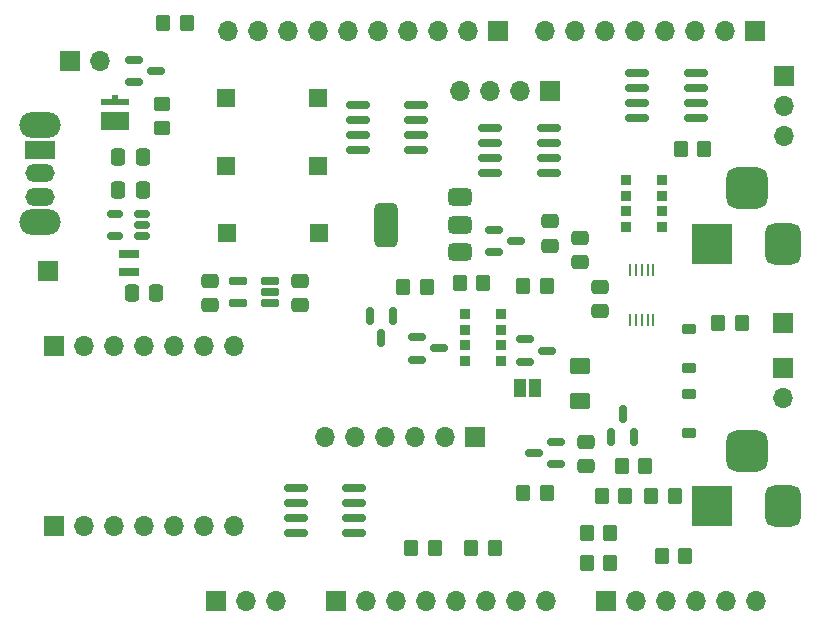
<source format=gbr>
%TF.GenerationSoftware,KiCad,Pcbnew,9.0.3*%
%TF.CreationDate,2025-08-02T21:51:47-05:00*%
%TF.ProjectId,DMM_KiCAD_V3_next KiCAD9,444d4d5f-4b69-4434-9144-5f56335f6e65,rev?*%
%TF.SameCoordinates,Original*%
%TF.FileFunction,Soldermask,Top*%
%TF.FilePolarity,Negative*%
%FSLAX46Y46*%
G04 Gerber Fmt 4.6, Leading zero omitted, Abs format (unit mm)*
G04 Created by KiCad (PCBNEW 9.0.3) date 2025-08-02 21:51:47*
%MOMM*%
%LPD*%
G01*
G04 APERTURE LIST*
G04 Aperture macros list*
%AMRoundRect*
0 Rectangle with rounded corners*
0 $1 Rounding radius*
0 $2 $3 $4 $5 $6 $7 $8 $9 X,Y pos of 4 corners*
0 Add a 4 corners polygon primitive as box body*
4,1,4,$2,$3,$4,$5,$6,$7,$8,$9,$2,$3,0*
0 Add four circle primitives for the rounded corners*
1,1,$1+$1,$2,$3*
1,1,$1+$1,$4,$5*
1,1,$1+$1,$6,$7*
1,1,$1+$1,$8,$9*
0 Add four rect primitives between the rounded corners*
20,1,$1+$1,$2,$3,$4,$5,0*
20,1,$1+$1,$4,$5,$6,$7,0*
20,1,$1+$1,$6,$7,$8,$9,0*
20,1,$1+$1,$8,$9,$2,$3,0*%
G04 Aperture macros list end*
%ADD10RoundRect,0.250000X-0.350000X-0.450000X0.350000X-0.450000X0.350000X0.450000X-0.350000X0.450000X0*%
%ADD11RoundRect,0.150000X-0.825000X-0.150000X0.825000X-0.150000X0.825000X0.150000X-0.825000X0.150000X0*%
%ADD12R,1.800000X0.650000*%
%ADD13R,1.500000X1.500000*%
%ADD14R,2.400000X1.600000*%
%ADD15R,2.400000X0.600000*%
%ADD16R,0.500000X0.600000*%
%ADD17R,3.500000X3.500000*%
%ADD18RoundRect,0.750000X0.750000X1.000000X-0.750000X1.000000X-0.750000X-1.000000X0.750000X-1.000000X0*%
%ADD19RoundRect,0.875000X0.875000X0.875000X-0.875000X0.875000X-0.875000X-0.875000X0.875000X-0.875000X0*%
%ADD20RoundRect,0.250000X-0.450000X0.350000X-0.450000X-0.350000X0.450000X-0.350000X0.450000X0.350000X0*%
%ADD21O,3.500000X2.200000*%
%ADD22R,2.500000X1.500000*%
%ADD23O,2.500000X1.500000*%
%ADD24RoundRect,0.150000X0.587500X0.150000X-0.587500X0.150000X-0.587500X-0.150000X0.587500X-0.150000X0*%
%ADD25RoundRect,0.250000X0.350000X0.450000X-0.350000X0.450000X-0.350000X-0.450000X0.350000X-0.450000X0*%
%ADD26RoundRect,0.225000X-0.375000X0.225000X-0.375000X-0.225000X0.375000X-0.225000X0.375000X0.225000X0*%
%ADD27RoundRect,0.250000X-0.475000X0.337500X-0.475000X-0.337500X0.475000X-0.337500X0.475000X0.337500X0*%
%ADD28RoundRect,0.150000X0.150000X-0.587500X0.150000X0.587500X-0.150000X0.587500X-0.150000X-0.587500X0*%
%ADD29RoundRect,0.150000X-0.587500X-0.150000X0.587500X-0.150000X0.587500X0.150000X-0.587500X0.150000X0*%
%ADD30R,0.900000X0.900000*%
%ADD31RoundRect,0.250000X0.475000X-0.337500X0.475000X0.337500X-0.475000X0.337500X-0.475000X-0.337500X0*%
%ADD32RoundRect,0.150000X0.825000X0.150000X-0.825000X0.150000X-0.825000X-0.150000X0.825000X-0.150000X0*%
%ADD33R,1.700000X1.700000*%
%ADD34O,1.700000X1.700000*%
%ADD35RoundRect,0.375000X0.625000X0.375000X-0.625000X0.375000X-0.625000X-0.375000X0.625000X-0.375000X0*%
%ADD36RoundRect,0.500000X0.500000X1.400000X-0.500000X1.400000X-0.500000X-1.400000X0.500000X-1.400000X0*%
%ADD37R,1.000000X1.500000*%
%ADD38RoundRect,0.250000X-0.337500X-0.475000X0.337500X-0.475000X0.337500X0.475000X-0.337500X0.475000X0*%
%ADD39R,0.250000X1.100000*%
%ADD40RoundRect,0.150000X-0.150000X0.587500X-0.150000X-0.587500X0.150000X-0.587500X0.150000X0.587500X0*%
%ADD41RoundRect,0.150000X0.512500X0.150000X-0.512500X0.150000X-0.512500X-0.150000X0.512500X-0.150000X0*%
%ADD42RoundRect,0.162500X0.617500X0.162500X-0.617500X0.162500X-0.617500X-0.162500X0.617500X-0.162500X0*%
%ADD43RoundRect,0.250001X-0.624999X0.462499X-0.624999X-0.462499X0.624999X-0.462499X0.624999X0.462499X0*%
G04 APERTURE END LIST*
D10*
%TO.C,R7*%
X135500000Y-60800000D03*
X137500000Y-60800000D03*
%TD*%
D11*
%TO.C,U8*%
X108150000Y-57100000D03*
X108150000Y-58370000D03*
X108150000Y-59640000D03*
X108150000Y-60910000D03*
X113100000Y-60910000D03*
X113100000Y-59640000D03*
X113100000Y-58370000D03*
X113100000Y-57100000D03*
%TD*%
D12*
%TO.C,L1*%
X88778500Y-71194000D03*
X88778500Y-69644000D03*
%TD*%
D13*
%TO.C,SW1*%
X104775000Y-56515000D03*
X96975000Y-56515000D03*
%TD*%
%TO.C,SW2*%
X104775000Y-62230000D03*
X96975000Y-62230000D03*
%TD*%
D14*
%TO.C,D1*%
X87630000Y-58465000D03*
D15*
X87630000Y-56815000D03*
D16*
X87630000Y-56515000D03*
%TD*%
D17*
%TO.C,J14*%
X138145000Y-68835000D03*
D18*
X144145000Y-68835000D03*
D19*
X141145000Y-64135000D03*
%TD*%
D17*
%TO.C,J15*%
X138145000Y-91060000D03*
D18*
X144145000Y-91060000D03*
D19*
X141145000Y-86360000D03*
%TD*%
D20*
%TO.C,R1*%
X91600000Y-59000000D03*
X91600000Y-57000000D03*
%TD*%
D21*
%TO.C,SW3*%
X81280000Y-58765000D03*
X81280000Y-66965000D03*
D22*
X81280000Y-60865000D03*
D23*
X81280000Y-62865000D03*
X81280000Y-64865000D03*
%TD*%
D11*
%TO.C,U4*%
X107885000Y-89535000D03*
X107885000Y-90805000D03*
X107885000Y-92075000D03*
X107885000Y-93345000D03*
X102935000Y-93345000D03*
X102935000Y-92075000D03*
X102935000Y-90805000D03*
X102935000Y-89535000D03*
%TD*%
%TO.C,U5*%
X131850000Y-54390000D03*
X131850000Y-55660000D03*
X131850000Y-56930000D03*
X131850000Y-58200000D03*
X136800000Y-58200000D03*
X136800000Y-56930000D03*
X136800000Y-55660000D03*
X136800000Y-54390000D03*
%TD*%
D24*
%TO.C,U10*%
X124968000Y-87498000D03*
X124968000Y-85598000D03*
X123093000Y-86548000D03*
%TD*%
D10*
%TO.C,R27*%
X122190000Y-89916000D03*
X124190000Y-89916000D03*
%TD*%
%TO.C,R14*%
X128810000Y-90170000D03*
X130810000Y-90170000D03*
%TD*%
D25*
%TO.C,R17*%
X132985000Y-90170000D03*
X134985000Y-90170000D03*
%TD*%
D26*
%TO.C,D4*%
X136200000Y-79350000D03*
X136200000Y-76050000D03*
%TD*%
%TO.C,D5*%
X136200000Y-84850000D03*
X136200000Y-81550000D03*
%TD*%
D27*
%TO.C,C17*%
X127508000Y-87651500D03*
X127508000Y-85576500D03*
%TD*%
D25*
%TO.C,R18*%
X133890000Y-95250000D03*
X135890000Y-95250000D03*
%TD*%
D28*
%TO.C,Q8*%
X130600000Y-83262500D03*
X131550000Y-85137500D03*
X129650000Y-85137500D03*
%TD*%
D25*
%TO.C,R24*%
X132500000Y-87600000D03*
X130500000Y-87600000D03*
%TD*%
D29*
%TO.C,Q7*%
X122307000Y-76920000D03*
X122307000Y-78820000D03*
X124182000Y-77870000D03*
%TD*%
%TO.C,Q6*%
X113207000Y-76720000D03*
X113207000Y-78620000D03*
X115082000Y-77670000D03*
%TD*%
D30*
%TO.C,RN2*%
X120282000Y-74770000D03*
X120282000Y-76110000D03*
X120282000Y-77430000D03*
X120282000Y-78770000D03*
X117282000Y-78770000D03*
X117282000Y-77430000D03*
X117282000Y-76110000D03*
X117282000Y-74770000D03*
%TD*%
D31*
%TO.C,C3*%
X127000000Y-68304500D03*
X127000000Y-70379500D03*
%TD*%
D29*
%TO.C,Q2*%
X119712500Y-67630000D03*
X119712500Y-69530000D03*
X121587500Y-68580000D03*
%TD*%
D31*
%TO.C,C18*%
X124460000Y-68982500D03*
X124460000Y-66907500D03*
%TD*%
D32*
%TO.C,U2*%
X124330000Y-62865000D03*
X124330000Y-61595000D03*
X124330000Y-60325000D03*
X124330000Y-59055000D03*
X119380000Y-59055000D03*
X119380000Y-60325000D03*
X119380000Y-61595000D03*
X119380000Y-62865000D03*
%TD*%
D31*
%TO.C,C4*%
X128660305Y-74531630D03*
X128660305Y-72456630D03*
%TD*%
D25*
%TO.C,R4*%
X129540000Y-95880000D03*
X127540000Y-95880000D03*
%TD*%
D33*
%TO.C,J16*%
X144145000Y-75565000D03*
%TD*%
%TO.C,J8*%
X120015000Y-50800000D03*
D34*
X117475000Y-50800000D03*
X114935000Y-50800000D03*
X112395000Y-50800000D03*
X109855000Y-50800000D03*
X107315000Y-50800000D03*
X104775000Y-50800000D03*
X102235000Y-50800000D03*
X99695000Y-50800000D03*
X97155000Y-50800000D03*
%TD*%
D35*
%TO.C,U1*%
X116840000Y-69498750D03*
X116840000Y-67198750D03*
D36*
X110540000Y-67198750D03*
D35*
X116840000Y-64898750D03*
%TD*%
D37*
%TO.C,JP6*%
X121900000Y-81050000D03*
X123200000Y-81050000D03*
%TD*%
D38*
%TO.C,C19*%
X87884000Y-61468000D03*
X89959000Y-61468000D03*
%TD*%
D25*
%TO.C,R22*%
X119745000Y-94615000D03*
X117745000Y-94615000D03*
%TD*%
D39*
%TO.C,U3*%
X131200305Y-75309130D03*
X131700305Y-75309130D03*
X132200305Y-75309130D03*
X132700305Y-75309130D03*
X133200305Y-75309130D03*
X133200305Y-71009130D03*
X132700305Y-71009130D03*
X132200305Y-71009130D03*
X131700305Y-71009130D03*
X131200305Y-71009130D03*
%TD*%
D33*
%TO.C,J10*%
X129151624Y-99067665D03*
D34*
X131691624Y-99067665D03*
X134231624Y-99067665D03*
X136771624Y-99067665D03*
X139311624Y-99067665D03*
X141851624Y-99067665D03*
%TD*%
D10*
%TO.C,R3*%
X127540000Y-93345000D03*
X129540000Y-93345000D03*
%TD*%
D33*
%TO.C,J11*%
X144215000Y-54625000D03*
D34*
X144215000Y-57165000D03*
X144215000Y-59705000D03*
%TD*%
D10*
%TO.C,R5*%
X112030000Y-72518750D03*
X114030000Y-72518750D03*
%TD*%
%TO.C,R9*%
X116795000Y-72178750D03*
X118795000Y-72178750D03*
%TD*%
D13*
%TO.C,SW4*%
X104865000Y-67945000D03*
X97065000Y-67945000D03*
%TD*%
D27*
%TO.C,C9*%
X95631000Y-71943000D03*
X95631000Y-74018000D03*
%TD*%
D25*
%TO.C,R23*%
X114665000Y-94615000D03*
X112665000Y-94615000D03*
%TD*%
D40*
%TO.C,U11*%
X111125000Y-74942500D03*
X109225000Y-74942500D03*
X110175000Y-76817500D03*
%TD*%
D33*
%TO.C,J12*%
X144145000Y-79375000D03*
D34*
X144145000Y-81915000D03*
%TD*%
D41*
%TO.C,U9*%
X89916000Y-68194000D03*
X89916000Y-67244000D03*
X89916000Y-66294000D03*
X87641000Y-66294000D03*
X87641000Y-68194000D03*
%TD*%
D42*
%TO.C,U7*%
X100711000Y-73848000D03*
X100711000Y-72898000D03*
X100711000Y-71948000D03*
X98011000Y-71948000D03*
X98011000Y-73848000D03*
%TD*%
D33*
%TO.C,J17*%
X81915000Y-71120000D03*
%TD*%
D25*
%TO.C,R6*%
X124190000Y-72390000D03*
X122190000Y-72390000D03*
%TD*%
D31*
%TO.C,C10*%
X103251000Y-74018000D03*
X103251000Y-71943000D03*
%TD*%
D10*
%TO.C,R21*%
X138700000Y-75565000D03*
X140700000Y-75565000D03*
%TD*%
D33*
%TO.C,J6*%
X106287792Y-99065110D03*
D34*
X108827792Y-99065110D03*
X111367792Y-99065110D03*
X113907792Y-99065110D03*
X116447792Y-99065110D03*
X118987792Y-99065110D03*
X121527792Y-99065110D03*
X124067792Y-99065110D03*
%TD*%
D43*
%TO.C,F1*%
X127000000Y-79157500D03*
X127000000Y-82132500D03*
%TD*%
D33*
%TO.C,J3*%
X82487996Y-92719534D03*
D34*
X85027996Y-92719534D03*
X87567996Y-92719534D03*
X90107996Y-92719534D03*
X92647996Y-92719534D03*
X95187996Y-92719534D03*
X97727996Y-92719534D03*
%TD*%
D33*
%TO.C,J13*%
X141809463Y-50808987D03*
D34*
X139269463Y-50808987D03*
X136729463Y-50808987D03*
X134189463Y-50808987D03*
X131649463Y-50808987D03*
X129109463Y-50808987D03*
X126569463Y-50808987D03*
X124029463Y-50808987D03*
%TD*%
D33*
%TO.C,J7*%
X83820000Y-53315000D03*
D34*
X86360000Y-53315000D03*
%TD*%
D33*
%TO.C,J1*%
X82487996Y-77479534D03*
D34*
X85027996Y-77479534D03*
X87567996Y-77479534D03*
X90107996Y-77479534D03*
X92647996Y-77479534D03*
X95187996Y-77479534D03*
X97727996Y-77479534D03*
%TD*%
D33*
%TO.C,J9*%
X124460000Y-55880000D03*
D34*
X121920000Y-55880000D03*
X119380000Y-55880000D03*
X116840000Y-55880000D03*
%TD*%
D38*
%TO.C,C15*%
X89011000Y-72959000D03*
X91086000Y-72959000D03*
%TD*%
D33*
%TO.C,J2*%
X118110000Y-85217000D03*
D34*
X115570000Y-85217000D03*
X113030000Y-85217000D03*
X110490000Y-85217000D03*
X107950000Y-85217000D03*
X105410000Y-85217000D03*
%TD*%
D33*
%TO.C,J5*%
X96143981Y-99063151D03*
D34*
X98683981Y-99063151D03*
X101223981Y-99063151D03*
%TD*%
D38*
%TO.C,C16*%
X87884000Y-64262000D03*
X89959000Y-64262000D03*
%TD*%
D30*
%TO.C,RN1*%
X130900000Y-63400000D03*
X130900000Y-64740000D03*
X130900000Y-66060000D03*
X130900000Y-67400000D03*
X133900000Y-67400000D03*
X133900000Y-66060000D03*
X133900000Y-64740000D03*
X133900000Y-63400000D03*
%TD*%
D25*
%TO.C,R2*%
X93710000Y-50165000D03*
X91710000Y-50165000D03*
%TD*%
D29*
%TO.C,Q1*%
X89225000Y-53250000D03*
X89225000Y-55150000D03*
X91100000Y-54200000D03*
%TD*%
M02*

</source>
